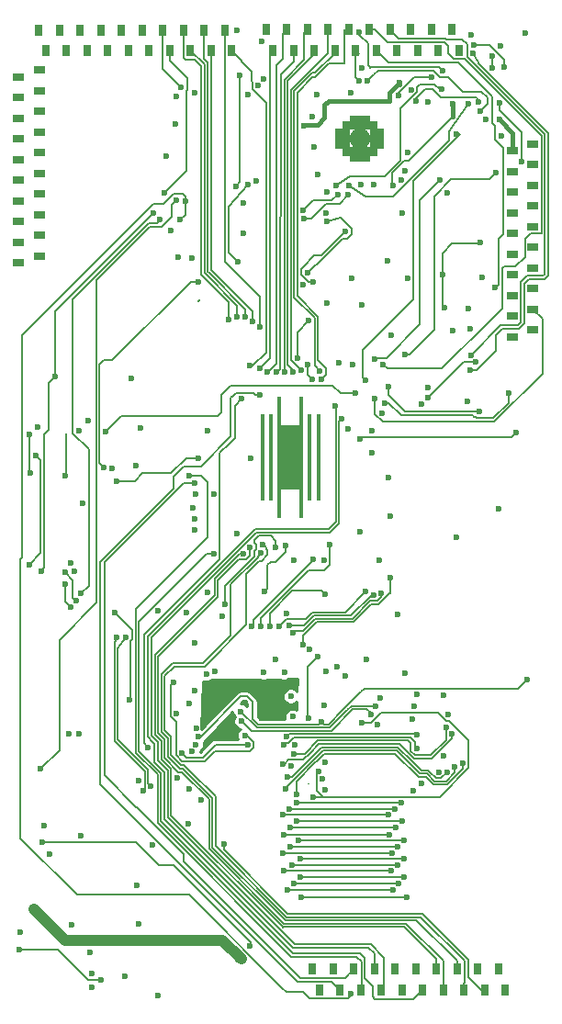
<source format=gbl>
G04 (created by PCBNEW (2013-04-12 BZR 4023)-testing) date Втр 16 Апр 2013 21:39:15*
%MOIN*%
G04 Gerber Fmt 3.4, Leading zero omitted, Abs format*
%FSLAX34Y34*%
G01*
G70*
G90*
G04 APERTURE LIST*
%ADD10C,0.006*%
%ADD11R,0.0859X0.2362*%
%ADD12R,0.016X0.2362*%
%ADD13R,0.0314961X0.0393701*%
%ADD14R,0.0393701X0.0314961*%
%ADD15C,0.0748031*%
%ADD16R,0.0748031X0.0255906*%
%ADD17R,0.0255906X0.0748031*%
%ADD18R,0.0255906X0.0255906*%
%ADD19C,0.023622*%
%ADD20C,0.00590551*%
%ADD21C,0.0393701*%
%ADD22C,0.015748*%
%ADD23C,0.00787402*%
%ADD24C,0.01*%
G04 APERTURE END LIST*
G54D10*
G54D11*
X44685Y-35826D03*
G54D12*
X43662Y-36219D03*
X43977Y-36219D03*
X44292Y-36849D03*
X44292Y-36534D03*
X45078Y-36849D03*
X45078Y-36534D03*
X45708Y-36219D03*
X45393Y-36219D03*
X43662Y-35433D03*
X43977Y-35433D03*
X45708Y-35433D03*
X45393Y-35433D03*
X44292Y-34803D03*
X44292Y-35118D03*
X45078Y-34803D03*
X45078Y-35118D03*
G54D13*
X52482Y-55151D03*
X52232Y-54401D03*
X51732Y-55151D03*
X51482Y-54401D03*
X50982Y-55151D03*
X50732Y-54401D03*
X50232Y-55151D03*
X49982Y-54401D03*
X49482Y-55151D03*
X49232Y-54401D03*
X48732Y-55151D03*
X48482Y-54401D03*
X47982Y-55151D03*
X47732Y-54401D03*
X47232Y-55151D03*
X46982Y-54401D03*
X46482Y-55151D03*
X46232Y-54401D03*
X45732Y-55151D03*
X45482Y-54401D03*
G54D14*
X52742Y-31438D03*
X53492Y-31188D03*
X52742Y-30688D03*
X53492Y-30438D03*
X52742Y-29938D03*
X53492Y-29688D03*
X52742Y-29188D03*
X53492Y-28938D03*
X52742Y-28438D03*
X53492Y-28188D03*
X52742Y-27688D03*
X53492Y-27438D03*
X52742Y-26938D03*
X53492Y-26688D03*
X52742Y-26188D03*
X53492Y-25938D03*
X52742Y-25438D03*
X53492Y-25188D03*
X52742Y-24688D03*
X53492Y-24438D03*
G54D13*
X42561Y-21057D03*
X42311Y-20307D03*
X41811Y-21057D03*
X41561Y-20307D03*
X41061Y-21057D03*
X40811Y-20307D03*
X40311Y-21057D03*
X40061Y-20307D03*
X39561Y-21057D03*
X39311Y-20307D03*
X38811Y-21057D03*
X38561Y-20307D03*
X38061Y-21057D03*
X37811Y-20307D03*
X37311Y-21057D03*
X37061Y-20307D03*
X36561Y-21057D03*
X36311Y-20307D03*
X35811Y-21057D03*
X35561Y-20307D03*
G54D14*
X34828Y-28761D03*
X35578Y-28511D03*
X34828Y-28011D03*
X35578Y-27761D03*
X34828Y-27261D03*
X35578Y-27011D03*
X34828Y-26511D03*
X35578Y-26261D03*
X34828Y-25761D03*
X35578Y-25511D03*
X34828Y-25011D03*
X35578Y-24761D03*
X34828Y-24261D03*
X35578Y-24011D03*
X34828Y-23511D03*
X35578Y-23261D03*
X34828Y-22761D03*
X35578Y-22511D03*
X34828Y-22011D03*
X35578Y-21761D03*
G54D13*
X43797Y-20301D03*
X44047Y-21051D03*
X44547Y-20301D03*
X44797Y-21051D03*
X45297Y-20301D03*
X45547Y-21051D03*
X46047Y-20301D03*
X46297Y-21051D03*
X46797Y-20301D03*
X47047Y-21051D03*
X47547Y-20301D03*
X47797Y-21051D03*
X48297Y-20301D03*
X48547Y-21051D03*
X49047Y-20301D03*
X49297Y-21051D03*
X49797Y-20301D03*
X50047Y-21051D03*
X50547Y-20301D03*
X50797Y-21051D03*
G54D15*
X47204Y-24251D03*
G54D16*
X47204Y-23801D03*
X47204Y-23551D03*
X47204Y-24701D03*
X47204Y-24951D03*
G54D17*
X47704Y-24251D03*
X47954Y-24251D03*
X46704Y-24251D03*
X46454Y-24251D03*
G54D18*
X46704Y-24751D03*
X46704Y-23751D03*
X47704Y-23751D03*
X47704Y-24751D03*
G54D19*
X41692Y-40708D03*
X48011Y-34212D03*
X46437Y-32381D03*
X46948Y-32460D03*
X37007Y-34842D03*
X42755Y-38602D03*
X41909Y-37165D03*
X37066Y-49547D03*
X36653Y-45866D03*
X36712Y-39665D03*
X41259Y-37145D03*
X43523Y-22322D03*
X47401Y-40698D03*
X44271Y-41948D03*
X44645Y-41909D03*
X47696Y-40807D03*
X45137Y-42618D03*
X48300Y-40200D03*
X44783Y-42185D03*
X47992Y-40748D03*
X45511Y-39527D03*
X43287Y-41968D03*
X46122Y-38976D03*
X43602Y-41968D03*
X45944Y-40787D03*
X43937Y-41948D03*
X44409Y-50177D03*
X48366Y-50177D03*
X50649Y-47066D03*
X44507Y-47854D03*
X44429Y-46259D03*
X49271Y-46397D03*
X48464Y-48582D03*
X44645Y-48582D03*
X50551Y-45866D03*
X44409Y-46948D03*
X45039Y-51062D03*
X48818Y-51062D03*
X48248Y-48799D03*
X44409Y-48799D03*
X44744Y-50610D03*
X48582Y-50610D03*
X45039Y-50393D03*
X48799Y-50393D03*
X44566Y-47421D03*
X50374Y-47244D03*
X48346Y-50826D03*
X44448Y-50826D03*
X50944Y-46929D03*
X44901Y-48070D03*
X45078Y-51771D03*
X48897Y-51771D03*
X44901Y-48366D03*
X48700Y-48366D03*
X44803Y-51299D03*
X48622Y-51299D03*
X48562Y-49940D03*
X44685Y-49940D03*
X50334Y-45610D03*
X44822Y-46574D03*
X48799Y-49724D03*
X44980Y-49724D03*
X48503Y-49251D03*
X44665Y-49251D03*
X47775Y-44842D03*
X42874Y-45039D03*
X44547Y-45964D03*
X49271Y-45885D03*
X42913Y-45393D03*
X47598Y-45137D03*
X53287Y-43877D03*
X41338Y-45944D03*
X45807Y-45413D03*
X48740Y-49035D03*
X44921Y-49035D03*
X48425Y-51535D03*
X44566Y-51535D03*
X48287Y-49507D03*
X44448Y-49507D03*
X38385Y-36673D03*
X41358Y-35846D03*
X48759Y-26968D03*
X42972Y-26574D03*
X42992Y-27696D03*
X41161Y-37657D03*
X41220Y-38444D03*
X41200Y-38051D03*
X47263Y-30295D03*
X50098Y-25748D03*
X47736Y-32244D03*
X46791Y-34803D03*
X47204Y-38523D03*
X47657Y-35649D03*
X41692Y-34862D03*
X47657Y-34862D03*
X45354Y-30866D03*
X44940Y-32204D03*
X46870Y-22578D03*
X41200Y-22598D03*
X40728Y-22401D03*
X47165Y-22145D03*
X42854Y-21948D03*
X42696Y-25984D03*
X40531Y-26496D03*
X35610Y-47125D03*
X35669Y-49783D03*
X43208Y-53562D03*
X39232Y-34763D03*
X43444Y-25787D03*
X37145Y-37480D03*
X43720Y-22086D03*
X50590Y-31220D03*
X41259Y-46240D03*
X51102Y-33799D03*
X45393Y-42795D03*
X50374Y-26220D03*
X45157Y-29566D03*
X40531Y-22716D03*
X40177Y-24901D03*
X38208Y-36220D03*
X39094Y-36122D03*
X42755Y-20334D03*
X43149Y-22657D03*
X49685Y-22933D03*
X48937Y-29330D03*
X47263Y-21692D03*
X51240Y-20492D03*
X51771Y-23562D03*
X53208Y-20433D03*
X51161Y-30413D03*
X51653Y-29271D03*
X41102Y-28582D03*
X45964Y-26948D03*
X47696Y-25925D03*
X48937Y-24763D03*
X51200Y-31161D03*
X48346Y-31397D03*
X47440Y-43149D03*
X43720Y-43622D03*
X44468Y-43622D03*
X50413Y-45137D03*
X44704Y-44488D03*
X48208Y-28681D03*
X50236Y-44468D03*
X41200Y-42550D03*
X37342Y-34488D03*
X43248Y-35846D03*
X50708Y-38720D03*
X52244Y-37696D03*
X35511Y-34704D03*
X38897Y-32952D03*
X44547Y-41476D03*
X42204Y-41594D03*
X48562Y-41515D03*
X39881Y-41397D03*
X40925Y-41437D03*
X41003Y-44744D03*
X41633Y-43681D03*
X39173Y-47559D03*
X40570Y-47440D03*
X44842Y-46259D03*
X44724Y-47007D03*
X45944Y-47893D03*
X46377Y-43405D03*
X47854Y-45531D03*
X50078Y-47244D03*
X49133Y-47933D03*
X49429Y-33897D03*
X46023Y-30216D03*
X39862Y-55354D03*
X37480Y-55059D03*
X37421Y-53779D03*
X39665Y-49901D03*
X39114Y-51358D03*
X35944Y-50236D03*
X35748Y-49173D03*
X36850Y-39960D03*
X37027Y-45846D03*
X44763Y-45236D03*
X49271Y-44429D03*
X41456Y-48248D03*
X45905Y-44822D03*
X49192Y-44862D03*
X52600Y-33500D03*
X48100Y-33850D03*
X52874Y-34921D03*
X47204Y-35137D03*
X47755Y-33700D03*
X45472Y-23464D03*
X40610Y-28543D03*
X40354Y-27578D03*
X49074Y-22480D03*
X45688Y-25551D03*
X40511Y-23720D03*
X48858Y-25433D03*
X47244Y-25905D03*
X46003Y-26200D03*
X45649Y-22637D03*
X45531Y-24547D03*
X42913Y-54035D03*
X35374Y-52224D03*
X52342Y-24153D03*
X50590Y-22972D03*
X48405Y-25944D03*
X51318Y-21161D03*
X51220Y-32637D03*
X51358Y-20846D03*
X52440Y-21653D03*
X50196Y-21791D03*
X47185Y-20374D03*
X35196Y-35000D03*
X35236Y-36377D03*
X51417Y-32362D03*
X49685Y-33641D03*
X37972Y-34901D03*
X47047Y-33484D03*
X44153Y-39074D03*
X42303Y-41161D03*
X51535Y-34153D03*
X48248Y-33248D03*
X51496Y-22933D03*
X49251Y-22893D03*
X48622Y-22696D03*
X49803Y-22027D03*
X47421Y-33011D03*
X50728Y-24094D03*
X52145Y-25492D03*
X48858Y-32086D03*
X52263Y-22952D03*
X53070Y-25078D03*
X43031Y-45925D03*
X40433Y-43976D03*
X45511Y-48149D03*
X45354Y-45295D03*
X45669Y-43070D03*
X43129Y-46240D03*
X40748Y-46555D03*
X47293Y-45442D03*
X45728Y-47204D03*
X39724Y-26968D03*
X42775Y-28720D03*
X43149Y-25905D03*
X38385Y-42362D03*
X36712Y-41259D03*
X36515Y-40413D03*
X35629Y-39940D03*
X36161Y-32893D03*
X39330Y-47933D03*
X41909Y-39311D03*
X42913Y-33700D03*
X39527Y-46358D03*
X43562Y-33562D03*
X45492Y-32992D03*
X45314Y-32460D03*
X41220Y-36751D03*
X41003Y-36496D03*
X45807Y-32972D03*
X45748Y-32677D03*
X45078Y-32657D03*
X44783Y-32736D03*
X42755Y-30708D03*
X42460Y-30807D03*
X44488Y-32736D03*
X44192Y-32736D03*
X43838Y-32716D03*
X43562Y-32578D03*
X43228Y-32500D03*
X43582Y-31082D03*
X43307Y-30885D03*
X43051Y-30708D03*
X43228Y-39074D03*
X43622Y-39291D03*
X43681Y-38976D03*
X42992Y-39311D03*
X52007Y-21673D03*
X51161Y-22972D03*
X46811Y-25944D03*
X52007Y-21240D03*
X46338Y-25964D03*
X50177Y-22440D03*
X39960Y-27185D03*
X37086Y-40748D03*
X38326Y-41456D03*
X42263Y-49842D03*
X38858Y-44606D03*
X41338Y-29448D03*
X37913Y-36181D03*
X35452Y-35767D03*
X35196Y-39704D03*
X36515Y-40000D03*
X36909Y-41023D03*
X38700Y-42362D03*
X39625Y-47755D03*
X36515Y-36496D03*
X46870Y-55295D03*
X40866Y-26535D03*
X40688Y-27185D03*
X45157Y-26850D03*
X46397Y-26279D03*
X44507Y-39015D03*
X43759Y-40688D03*
X48051Y-32460D03*
X51240Y-32106D03*
X50275Y-30393D03*
X51574Y-28031D03*
X50216Y-29173D03*
X52125Y-29665D03*
X46003Y-27244D03*
X45314Y-29114D03*
X46318Y-33956D03*
X45511Y-29448D03*
X46692Y-27618D03*
X46555Y-34429D03*
X45177Y-27145D03*
X40098Y-26220D03*
X46791Y-26299D03*
X51574Y-23248D03*
X43661Y-20708D03*
X47480Y-22165D03*
X44803Y-44921D03*
X45850Y-47500D03*
X40551Y-45118D03*
X37800Y-54800D03*
X34850Y-53700D03*
X40964Y-49114D03*
X49114Y-45334D03*
X47933Y-44547D03*
X41929Y-43582D03*
X41200Y-44271D03*
X42519Y-45275D03*
X43031Y-44724D03*
X44153Y-43169D03*
X50255Y-46653D03*
X49429Y-47637D03*
X38681Y-54645D03*
X41003Y-47854D03*
X41100Y-46500D03*
X41279Y-45649D03*
X45964Y-43602D03*
X45950Y-46900D03*
X48850Y-43650D03*
X46673Y-43740D03*
X47900Y-39550D03*
X44800Y-39550D03*
X45900Y-39550D03*
X48300Y-37950D03*
X48250Y-36550D03*
X37463Y-54570D03*
X39163Y-52770D03*
X34862Y-53070D03*
X46909Y-29311D03*
X48700Y-25748D03*
X49665Y-33287D03*
X36751Y-52775D03*
X48641Y-22224D03*
X45177Y-23779D03*
X52263Y-23562D03*
X52303Y-20885D03*
G54D20*
X41348Y-30147D02*
X41402Y-30093D01*
X45334Y-47637D02*
X45334Y-47637D01*
X37007Y-34842D02*
X37027Y-34842D01*
X44271Y-41948D02*
X44291Y-41948D01*
X47400Y-40700D02*
X47401Y-40698D01*
G54D10*
X47400Y-40700D02*
X46662Y-41437D01*
X46662Y-41437D02*
X45609Y-41437D01*
G54D20*
X45492Y-41437D02*
X45609Y-41437D01*
X45237Y-41692D02*
X45492Y-41437D01*
X44547Y-41692D02*
X45237Y-41692D01*
X44291Y-41948D02*
X44547Y-41692D01*
X44271Y-41948D02*
X44271Y-41919D01*
X44645Y-41909D02*
X45187Y-41909D01*
X47642Y-40807D02*
X46885Y-41564D01*
X45532Y-41564D02*
X46885Y-41564D01*
X45187Y-41909D02*
X45532Y-41564D01*
X45137Y-42293D02*
X45629Y-41801D01*
X46220Y-41801D02*
X46982Y-41801D01*
X46982Y-41801D02*
X47622Y-41161D01*
X47622Y-41161D02*
X47874Y-41161D01*
X48300Y-40735D02*
X47874Y-41161D01*
X45137Y-42618D02*
X45137Y-42293D01*
X45629Y-41801D02*
X46220Y-41801D01*
G54D10*
X48300Y-40200D02*
X48300Y-40735D01*
X48300Y-40735D02*
X48300Y-40750D01*
G54D20*
X44783Y-42185D02*
X44852Y-42116D01*
X45580Y-41683D02*
X45728Y-41683D01*
X45147Y-42116D02*
X45580Y-41683D01*
X44852Y-42116D02*
X45147Y-42116D01*
X47928Y-40940D02*
X47992Y-40876D01*
X47992Y-40876D02*
X47992Y-40748D01*
X47844Y-41023D02*
X47593Y-41023D01*
X46933Y-41683D02*
X47593Y-41023D01*
X45728Y-41683D02*
X46933Y-41683D01*
X47928Y-40940D02*
X47844Y-41023D01*
X47933Y-40935D02*
X47928Y-40940D01*
X45748Y-41683D02*
X45728Y-41683D01*
X43346Y-41732D02*
X43346Y-41909D01*
X45511Y-39527D02*
X45511Y-39566D01*
X45511Y-39566D02*
X43346Y-41732D01*
X43346Y-41909D02*
X43287Y-41968D01*
X44099Y-41155D02*
X45329Y-39926D01*
X43602Y-41653D02*
X44099Y-41155D01*
X43602Y-41968D02*
X43602Y-41653D01*
X45329Y-39926D02*
X45900Y-39926D01*
X46122Y-39704D02*
X45900Y-39926D01*
X46122Y-39606D02*
X46122Y-39704D01*
X46122Y-38976D02*
X46122Y-39606D01*
X43602Y-41968D02*
X43543Y-41968D01*
X45900Y-39926D02*
X45900Y-39926D01*
X43937Y-41948D02*
X43937Y-41485D01*
X45826Y-40669D02*
X45944Y-40787D01*
X44753Y-40669D02*
X45826Y-40669D01*
X43937Y-41485D02*
X44753Y-40669D01*
X43937Y-41948D02*
X43938Y-41948D01*
X48366Y-50177D02*
X44409Y-50177D01*
X49645Y-47303D02*
X49921Y-47578D01*
X45944Y-46456D02*
X48534Y-46456D01*
X49065Y-46988D02*
X48700Y-46623D01*
X48700Y-46623D02*
X48534Y-46456D01*
X49380Y-47303D02*
X49065Y-46988D01*
X49645Y-47303D02*
X49380Y-47303D01*
X50649Y-47263D02*
X50649Y-47066D01*
X50334Y-47578D02*
X50649Y-47263D01*
X49921Y-47578D02*
X50334Y-47578D01*
X45944Y-46456D02*
X45865Y-46456D01*
X45865Y-46456D02*
X44507Y-47814D01*
X44507Y-47814D02*
X44507Y-47854D01*
X44527Y-47854D02*
X44507Y-47854D01*
X44527Y-47854D02*
X44527Y-47785D01*
X45944Y-46456D02*
X45944Y-46456D01*
X44507Y-46181D02*
X44625Y-46181D01*
X44625Y-46181D02*
X44625Y-46181D01*
X44822Y-45984D02*
X44625Y-46181D01*
X44429Y-46259D02*
X44507Y-46181D01*
X49271Y-46397D02*
X49212Y-46338D01*
X49212Y-46338D02*
X49212Y-46161D01*
X49212Y-46161D02*
X49035Y-45984D01*
X49035Y-45984D02*
X44822Y-45984D01*
X44822Y-45984D02*
X44822Y-45984D01*
X44645Y-48582D02*
X48464Y-48582D01*
X49960Y-46614D02*
X49822Y-46751D01*
X48632Y-46220D02*
X45728Y-46220D01*
X45403Y-46545D02*
X45728Y-46220D01*
X49163Y-46751D02*
X48937Y-46525D01*
X49251Y-46751D02*
X49163Y-46751D01*
X50551Y-46023D02*
X50551Y-45866D01*
X49960Y-46614D02*
X50551Y-46023D01*
X48937Y-46525D02*
X48632Y-46220D01*
X49822Y-46751D02*
X49251Y-46751D01*
X44409Y-46948D02*
X44468Y-46948D01*
X44468Y-46948D02*
X44625Y-46791D01*
X44625Y-46791D02*
X45157Y-46791D01*
X45157Y-46791D02*
X45403Y-46545D01*
X45403Y-46545D02*
X45413Y-46535D01*
X45039Y-51062D02*
X48818Y-51062D01*
X44409Y-48799D02*
X48248Y-48799D01*
X44744Y-50610D02*
X48582Y-50610D01*
X48799Y-50393D02*
X45039Y-50393D01*
X49748Y-47239D02*
X49970Y-47460D01*
X49429Y-47185D02*
X49694Y-47185D01*
X49694Y-47185D02*
X49748Y-47239D01*
X49114Y-46870D02*
X48583Y-46338D01*
X44733Y-47421D02*
X44566Y-47421D01*
X45816Y-46338D02*
X44733Y-47421D01*
X48583Y-46338D02*
X45816Y-46338D01*
X49114Y-46870D02*
X49429Y-47185D01*
X50157Y-47460D02*
X50374Y-47244D01*
X49970Y-47460D02*
X50157Y-47460D01*
X50374Y-47244D02*
X50374Y-47283D01*
X44645Y-47421D02*
X44645Y-47421D01*
X48346Y-50826D02*
X44448Y-50826D01*
X49586Y-47421D02*
X49596Y-47421D01*
X49586Y-47421D02*
X49331Y-47421D01*
X49331Y-47421D02*
X49302Y-47392D01*
X49302Y-47392D02*
X48485Y-46574D01*
X48485Y-46574D02*
X45914Y-46574D01*
X45629Y-46859D02*
X45914Y-46574D01*
X50944Y-47135D02*
X50944Y-46929D01*
X50383Y-47696D02*
X50944Y-47135D01*
X49872Y-47696D02*
X50383Y-47696D01*
X49596Y-47421D02*
X49872Y-47696D01*
X44901Y-48070D02*
X44901Y-47587D01*
X45590Y-46898D02*
X45629Y-46859D01*
X44901Y-47587D02*
X45590Y-46898D01*
X45629Y-46859D02*
X45619Y-46870D01*
X48897Y-51771D02*
X45078Y-51771D01*
X44901Y-48366D02*
X48700Y-48366D01*
X48622Y-51299D02*
X44803Y-51299D01*
X48622Y-51299D02*
X48602Y-51318D01*
X48562Y-49940D02*
X44685Y-49940D01*
X50334Y-46073D02*
X50334Y-45610D01*
X49773Y-46633D02*
X50334Y-46073D01*
X49773Y-46633D02*
X49409Y-46633D01*
X44822Y-46574D02*
X45206Y-46574D01*
X45206Y-46574D02*
X45679Y-46102D01*
X45679Y-46102D02*
X48956Y-46102D01*
X49055Y-46200D02*
X48956Y-46102D01*
X49055Y-46476D02*
X49055Y-46200D01*
X49212Y-46633D02*
X49055Y-46476D01*
X49409Y-46633D02*
X49212Y-46633D01*
X49429Y-46633D02*
X49409Y-46633D01*
X44980Y-49724D02*
X48799Y-49724D01*
X48503Y-49251D02*
X44665Y-49251D01*
X46751Y-45000D02*
X46909Y-44842D01*
X46909Y-44842D02*
X47775Y-44842D01*
X46751Y-45000D02*
X46122Y-45629D01*
X46122Y-45629D02*
X43464Y-45629D01*
X43464Y-45629D02*
X42874Y-45039D01*
X44645Y-45866D02*
X44547Y-45964D01*
X49251Y-45866D02*
X44645Y-45866D01*
X49271Y-45885D02*
X49251Y-45866D01*
X47598Y-45137D02*
X47598Y-45098D01*
X43267Y-45748D02*
X42913Y-45393D01*
X46170Y-45748D02*
X43267Y-45748D01*
X46958Y-44960D02*
X46170Y-45748D01*
X47460Y-44960D02*
X46958Y-44960D01*
X47598Y-45098D02*
X47460Y-44960D01*
X46589Y-44985D02*
X46062Y-45511D01*
X45905Y-45511D02*
X45807Y-45413D01*
X47244Y-44330D02*
X46589Y-44985D01*
X46062Y-45511D02*
X45905Y-45511D01*
X47362Y-44212D02*
X47244Y-44330D01*
X52952Y-44212D02*
X47362Y-44212D01*
X52952Y-44212D02*
X53287Y-43877D01*
X45807Y-45413D02*
X45708Y-45511D01*
X45708Y-45511D02*
X45511Y-45511D01*
X41456Y-45944D02*
X41338Y-45944D01*
X42874Y-44488D02*
X41456Y-45944D01*
X43110Y-44488D02*
X42874Y-44488D01*
X43307Y-44685D02*
X43110Y-44488D01*
X43307Y-45305D02*
X43307Y-44685D01*
X43513Y-45511D02*
X43307Y-45305D01*
X45511Y-45511D02*
X43513Y-45511D01*
X45807Y-45413D02*
X45807Y-45492D01*
X48740Y-49035D02*
X44921Y-49035D01*
X48425Y-51535D02*
X44566Y-51535D01*
X48287Y-49507D02*
X44448Y-49507D01*
X38385Y-36673D02*
X39035Y-36673D01*
X40905Y-35846D02*
X41358Y-35846D01*
X40354Y-36397D02*
X40905Y-35846D01*
X39311Y-36397D02*
X40354Y-36397D01*
X39035Y-36673D02*
X39311Y-36397D01*
X50098Y-25748D02*
X49370Y-26476D01*
X49370Y-26476D02*
X49370Y-31003D01*
X49370Y-31003D02*
X48169Y-32204D01*
X48169Y-32204D02*
X47775Y-32204D01*
X47775Y-32204D02*
X47736Y-32244D01*
X45354Y-30866D02*
X44940Y-31279D01*
X44940Y-31279D02*
X44940Y-32204D01*
X40061Y-21734D02*
X40061Y-20307D01*
X40728Y-22401D02*
X40061Y-21734D01*
X47165Y-22145D02*
X47047Y-22027D01*
X47047Y-22027D02*
X47047Y-21051D01*
X47165Y-21169D02*
X47047Y-21051D01*
X37637Y-29389D02*
X39586Y-27440D01*
X39586Y-27440D02*
X40019Y-27440D01*
X40019Y-27440D02*
X40374Y-27086D01*
X40374Y-27086D02*
X40374Y-26653D01*
X40374Y-26653D02*
X40531Y-26496D01*
X42854Y-22165D02*
X42854Y-21948D01*
X42854Y-25826D02*
X42854Y-22165D01*
X42696Y-25984D02*
X42854Y-25826D01*
X37637Y-29389D02*
X37637Y-29389D01*
X37637Y-29389D02*
X37637Y-39606D01*
X37637Y-41102D02*
X37637Y-39606D01*
X36299Y-42440D02*
X37637Y-41102D01*
X36299Y-46437D02*
X36299Y-42440D01*
X35610Y-47125D02*
X36299Y-46437D01*
X37637Y-39606D02*
X37637Y-39596D01*
X43248Y-53405D02*
X43248Y-53523D01*
X39094Y-49783D02*
X39921Y-50610D01*
X39921Y-50610D02*
X40452Y-50610D01*
X40452Y-50610D02*
X43248Y-53405D01*
X35669Y-49783D02*
X39094Y-49783D01*
X43248Y-53523D02*
X43208Y-53562D01*
X48208Y-28681D02*
X48218Y-28690D01*
X41200Y-42550D02*
X41200Y-42539D01*
X52600Y-33500D02*
X52600Y-33850D01*
X52600Y-33850D02*
X52050Y-34400D01*
X52050Y-34400D02*
X51450Y-34400D01*
X51450Y-34400D02*
X51400Y-34350D01*
X51400Y-34350D02*
X51350Y-34350D01*
X51350Y-34350D02*
X51300Y-34300D01*
X51300Y-34300D02*
X48700Y-34300D01*
X48700Y-34300D02*
X48250Y-33850D01*
X48250Y-33850D02*
X48100Y-33850D01*
X52716Y-35078D02*
X52874Y-34921D01*
X47263Y-35078D02*
X52716Y-35078D01*
X47204Y-35137D02*
X47263Y-35078D01*
X47755Y-33976D02*
X47755Y-34251D01*
X47755Y-33700D02*
X47755Y-33976D01*
X53838Y-30785D02*
X53492Y-30438D01*
X53838Y-32778D02*
X53838Y-30785D01*
X52089Y-34527D02*
X53838Y-32778D01*
X48031Y-34527D02*
X52089Y-34527D01*
X47755Y-34251D02*
X48031Y-34527D01*
G54D21*
X42224Y-53346D02*
X42913Y-54035D01*
X35374Y-52224D02*
X36496Y-53346D01*
X36496Y-53346D02*
X42224Y-53346D01*
X42913Y-54035D02*
X42854Y-53976D01*
G54D20*
X48390Y-25929D02*
X48390Y-25496D01*
X48390Y-25496D02*
X48828Y-25059D01*
X48828Y-25059D02*
X48976Y-25059D01*
X48976Y-25059D02*
X50590Y-23444D01*
G54D22*
X50590Y-23444D02*
X50590Y-22972D01*
G54D20*
X48405Y-25944D02*
X48390Y-25929D01*
X48459Y-25890D02*
X48459Y-25890D01*
X48405Y-25944D02*
X48459Y-25890D01*
X51496Y-21476D02*
X51318Y-21161D01*
X51496Y-21476D02*
X51496Y-21511D01*
X51496Y-21511D02*
X54036Y-24052D01*
X53169Y-29763D02*
X53169Y-29517D01*
X53169Y-29517D02*
X53336Y-29350D01*
X53336Y-29350D02*
X53907Y-29350D01*
X53907Y-29350D02*
X54036Y-29221D01*
X54036Y-29221D02*
X54036Y-24055D01*
X51496Y-21456D02*
X51496Y-21476D01*
X53110Y-31023D02*
X53169Y-30964D01*
X53169Y-30964D02*
X53169Y-29763D01*
X53169Y-29763D02*
X53169Y-29744D01*
X52992Y-31141D02*
X53110Y-31023D01*
X53110Y-31023D02*
X53149Y-30984D01*
X52371Y-31141D02*
X52992Y-31141D01*
X52130Y-31382D02*
X52371Y-31141D01*
X52130Y-31944D02*
X52130Y-31382D01*
X51437Y-32637D02*
X52130Y-31944D01*
X51220Y-32637D02*
X51437Y-32637D01*
X52440Y-21653D02*
X52460Y-21633D01*
X51909Y-20846D02*
X51358Y-20846D01*
X52440Y-21377D02*
X51909Y-20846D01*
X52460Y-21377D02*
X52440Y-21377D01*
X52460Y-21633D02*
X52460Y-21377D01*
X52362Y-21653D02*
X52440Y-21653D01*
X50068Y-21663D02*
X50196Y-21791D01*
X47568Y-21663D02*
X50068Y-21663D01*
X47568Y-21663D02*
X47568Y-21663D01*
X50196Y-21791D02*
X50196Y-21791D01*
X47185Y-20374D02*
X47185Y-20472D01*
X47500Y-21594D02*
X47568Y-21663D01*
X47568Y-21663D02*
X47578Y-21673D01*
X47500Y-20787D02*
X47500Y-21594D01*
X47185Y-20472D02*
X47500Y-20787D01*
X35196Y-36338D02*
X35196Y-35000D01*
X35236Y-36377D02*
X35196Y-36338D01*
X50964Y-32362D02*
X50885Y-32440D01*
X49685Y-33641D02*
X50885Y-32440D01*
X51417Y-32362D02*
X50964Y-32362D01*
X47047Y-33484D02*
X46496Y-33484D01*
X46496Y-33484D02*
X46220Y-33208D01*
X46220Y-33208D02*
X42500Y-33208D01*
X42500Y-33208D02*
X42165Y-33543D01*
X42165Y-33543D02*
X42165Y-34192D01*
X42165Y-34192D02*
X42032Y-34325D01*
X42032Y-34325D02*
X38548Y-34325D01*
X38548Y-34325D02*
X37972Y-34901D01*
X43976Y-38661D02*
X44153Y-38838D01*
X44153Y-38838D02*
X44153Y-39074D01*
X43444Y-39153D02*
X43444Y-38976D01*
X42303Y-40481D02*
X42303Y-40688D01*
X42303Y-40481D02*
X43375Y-39409D01*
X43375Y-39409D02*
X43375Y-39232D01*
X43444Y-38760D02*
X43543Y-38661D01*
X43543Y-38661D02*
X43917Y-38661D01*
X43375Y-39222D02*
X43444Y-39153D01*
X43375Y-39232D02*
X43375Y-39222D01*
X43385Y-38818D02*
X43444Y-38760D01*
X43385Y-38917D02*
X43385Y-38818D01*
X43444Y-38976D02*
X43385Y-38917D01*
X43917Y-38661D02*
X43976Y-38661D01*
X42303Y-40688D02*
X42303Y-41161D01*
X42303Y-40669D02*
X42303Y-40688D01*
X48838Y-34153D02*
X51535Y-34153D01*
X48248Y-33562D02*
X48838Y-34153D01*
X48248Y-33248D02*
X48248Y-33562D01*
X50157Y-22755D02*
X49842Y-22440D01*
X49842Y-22440D02*
X49586Y-22440D01*
X49586Y-22440D02*
X49251Y-22775D01*
X49251Y-22893D02*
X49251Y-22775D01*
X51437Y-22755D02*
X51496Y-22933D01*
X50236Y-22755D02*
X51437Y-22755D01*
X50236Y-22755D02*
X50157Y-22755D01*
X49803Y-22027D02*
X49192Y-22027D01*
X48622Y-22598D02*
X48622Y-22696D01*
X49192Y-22027D02*
X48622Y-22598D01*
X49862Y-22086D02*
X49803Y-22027D01*
X47421Y-33011D02*
X47322Y-32913D01*
X47322Y-32913D02*
X47322Y-31929D01*
X47322Y-31929D02*
X49153Y-30098D01*
X49153Y-30098D02*
X49153Y-25787D01*
X49153Y-25787D02*
X50846Y-24094D01*
X50846Y-24094D02*
X50728Y-24094D01*
X51909Y-25728D02*
X52145Y-25492D01*
X49901Y-26338D02*
X50511Y-25728D01*
X49901Y-31200D02*
X49901Y-26338D01*
X49015Y-32086D02*
X49901Y-31200D01*
X48858Y-32086D02*
X49015Y-32086D01*
X50511Y-25728D02*
X51909Y-25728D01*
X52263Y-23208D02*
X52263Y-22952D01*
X53090Y-24035D02*
X52263Y-23208D01*
X53090Y-25059D02*
X53090Y-24035D01*
X53070Y-25078D02*
X53090Y-25059D01*
X40748Y-46850D02*
X41574Y-46850D01*
X43031Y-45925D02*
X43110Y-45925D01*
X43208Y-46476D02*
X41948Y-46476D01*
X43346Y-46338D02*
X43208Y-46476D01*
X43346Y-46161D02*
X43346Y-46338D01*
X43110Y-45925D02*
X43346Y-46161D01*
X40531Y-46633D02*
X40748Y-46850D01*
X40531Y-46633D02*
X40531Y-45905D01*
X41574Y-46850D02*
X41948Y-46476D01*
X40531Y-45905D02*
X40531Y-45413D01*
X40334Y-44074D02*
X40433Y-43976D01*
X40334Y-45216D02*
X40334Y-44074D01*
X40531Y-45413D02*
X40334Y-45216D01*
X40531Y-45885D02*
X40531Y-45905D01*
X45885Y-48149D02*
X45866Y-48149D01*
X45511Y-48149D02*
X45885Y-48149D01*
X45354Y-45295D02*
X45314Y-45255D01*
X45314Y-45255D02*
X45314Y-43425D01*
X45314Y-43425D02*
X45669Y-43070D01*
X41496Y-46712D02*
X40905Y-46712D01*
X43129Y-46240D02*
X41968Y-46240D01*
X41968Y-46240D02*
X41496Y-46712D01*
X40905Y-46712D02*
X40748Y-46555D01*
X50452Y-45393D02*
X50354Y-45393D01*
X50354Y-45393D02*
X50059Y-45098D01*
X50059Y-45098D02*
X47972Y-45098D01*
X47972Y-45098D02*
X47627Y-45442D01*
X47627Y-45442D02*
X47293Y-45442D01*
X51161Y-46102D02*
X50452Y-45393D01*
X50137Y-48109D02*
X50097Y-48149D01*
X50137Y-48109D02*
X51161Y-47086D01*
X51161Y-47086D02*
X51161Y-46909D01*
X50097Y-48149D02*
X45866Y-48149D01*
X51161Y-46909D02*
X51161Y-46102D01*
X45629Y-47913D02*
X45866Y-48149D01*
X45629Y-47303D02*
X45728Y-47204D01*
X45629Y-47913D02*
X45629Y-47303D01*
X36161Y-30531D02*
X36161Y-32893D01*
X39724Y-26968D02*
X36161Y-30531D01*
X42429Y-28374D02*
X42775Y-28720D01*
X42429Y-26704D02*
X42429Y-28374D01*
X43149Y-25905D02*
X42429Y-26704D01*
X39409Y-47224D02*
X38307Y-46122D01*
X38307Y-46122D02*
X38307Y-42539D01*
X38307Y-42539D02*
X38385Y-42362D01*
X36712Y-41259D02*
X36515Y-41062D01*
X36515Y-41062D02*
X36515Y-40413D01*
X35629Y-39940D02*
X35748Y-39822D01*
X35748Y-39822D02*
X35748Y-35000D01*
X35748Y-35000D02*
X35925Y-34822D01*
X35925Y-34822D02*
X35925Y-33129D01*
X35925Y-33129D02*
X36161Y-32893D01*
X39409Y-47618D02*
X39409Y-47224D01*
X39409Y-47854D02*
X39330Y-47933D01*
X39409Y-47795D02*
X39409Y-47854D01*
X39409Y-47618D02*
X39409Y-47795D01*
X39409Y-47618D02*
X39409Y-47618D01*
X47755Y-55472D02*
X49161Y-55472D01*
X39980Y-47284D02*
X39192Y-46496D01*
X39192Y-46496D02*
X39192Y-46427D01*
X47204Y-53818D02*
X47381Y-53996D01*
X39980Y-49025D02*
X44773Y-53818D01*
X44773Y-53818D02*
X47204Y-53818D01*
X39192Y-41771D02*
X39192Y-46427D01*
X41653Y-39311D02*
X39980Y-40984D01*
X41909Y-39311D02*
X41653Y-39311D01*
X39980Y-40984D02*
X39192Y-41771D01*
X39980Y-48622D02*
X39980Y-49025D01*
X47677Y-55393D02*
X47755Y-55472D01*
X47677Y-55019D02*
X47677Y-55393D01*
X47381Y-54724D02*
X47677Y-55019D01*
X47381Y-53996D02*
X47381Y-54724D01*
X39980Y-48622D02*
X39980Y-47284D01*
X49161Y-55472D02*
X49482Y-55151D01*
X49482Y-55151D02*
X49429Y-55204D01*
X39527Y-46358D02*
X39370Y-46200D01*
X42470Y-35324D02*
X42677Y-35118D01*
X42677Y-33937D02*
X42913Y-33700D01*
X42125Y-39507D02*
X42125Y-35669D01*
X39370Y-42263D02*
X42125Y-39507D01*
X42125Y-35669D02*
X42470Y-35324D01*
X42677Y-35118D02*
X42677Y-33937D01*
X39370Y-46023D02*
X39370Y-42263D01*
X39370Y-46200D02*
X39370Y-46023D01*
X43346Y-33484D02*
X43425Y-33562D01*
X43425Y-33562D02*
X43562Y-33562D01*
X42608Y-33572D02*
X42696Y-33484D01*
X40826Y-36141D02*
X41397Y-36141D01*
X41397Y-36141D02*
X41437Y-36141D01*
X41437Y-36141D02*
X42519Y-35059D01*
X42519Y-35059D02*
X42519Y-33661D01*
X42519Y-33661D02*
X42608Y-33572D01*
X40433Y-36535D02*
X40826Y-36141D01*
X42696Y-33484D02*
X43346Y-33484D01*
X43287Y-53188D02*
X43287Y-53188D01*
X46173Y-54842D02*
X46482Y-55151D01*
X44940Y-54842D02*
X46173Y-54842D01*
X43287Y-53188D02*
X44940Y-54842D01*
X45492Y-32992D02*
X45314Y-32814D01*
X45314Y-32814D02*
X45314Y-32460D01*
X43523Y-33562D02*
X43562Y-33562D01*
X37775Y-47677D02*
X43287Y-53188D01*
X43287Y-53188D02*
X43287Y-53188D01*
X37775Y-39625D02*
X37775Y-47677D01*
X40433Y-36968D02*
X37775Y-39625D01*
X40433Y-36515D02*
X40433Y-36535D01*
X40433Y-36535D02*
X40433Y-36968D01*
X45029Y-54704D02*
X46679Y-54704D01*
X40807Y-50482D02*
X43257Y-52933D01*
X40807Y-50216D02*
X40807Y-50482D01*
X39114Y-48523D02*
X40807Y-50216D01*
X39094Y-48523D02*
X39114Y-48523D01*
X37933Y-47362D02*
X39094Y-48523D01*
X37933Y-39635D02*
X37933Y-47362D01*
X40816Y-36751D02*
X37933Y-39635D01*
X41220Y-36751D02*
X40816Y-36751D01*
X43257Y-52933D02*
X45029Y-54704D01*
X46679Y-54704D02*
X46982Y-54401D01*
X39862Y-47401D02*
X39862Y-47332D01*
X39862Y-47401D02*
X39862Y-49074D01*
X39862Y-49074D02*
X44724Y-53937D01*
X44724Y-53937D02*
X47066Y-53937D01*
X47066Y-53937D02*
X47263Y-54133D01*
X47263Y-54133D02*
X47263Y-55120D01*
X47232Y-55151D02*
X47263Y-55120D01*
X39074Y-41318D02*
X39074Y-42263D01*
X41673Y-38720D02*
X39074Y-41318D01*
X41673Y-36712D02*
X41673Y-38720D01*
X41456Y-36496D02*
X41673Y-36712D01*
X41003Y-36496D02*
X41456Y-36496D01*
X39074Y-42263D02*
X39074Y-46515D01*
X39074Y-46545D02*
X39074Y-46515D01*
X39862Y-47332D02*
X39074Y-46545D01*
X46653Y-20301D02*
X46653Y-21496D01*
X45688Y-32303D02*
X45688Y-30807D01*
X45807Y-32972D02*
X45964Y-32814D01*
X45964Y-32814D02*
X45964Y-32578D01*
X45964Y-32578D02*
X45688Y-32303D01*
X45688Y-21919D02*
X46092Y-21515D01*
X46092Y-21515D02*
X46633Y-21515D01*
X46633Y-21515D02*
X46653Y-21496D01*
X45580Y-22027D02*
X45688Y-21919D01*
X45491Y-22027D02*
X45580Y-22027D01*
X44940Y-22578D02*
X45491Y-22027D01*
X44940Y-29970D02*
X44940Y-22578D01*
X45688Y-30718D02*
X44940Y-29970D01*
X45688Y-30767D02*
X45688Y-30718D01*
X45688Y-30807D02*
X45688Y-30767D01*
X44822Y-22696D02*
X44822Y-22529D01*
X46297Y-21143D02*
X46297Y-21051D01*
X45570Y-21870D02*
X46297Y-21143D01*
X45481Y-21870D02*
X45570Y-21870D01*
X44822Y-22529D02*
X45481Y-21870D01*
X45570Y-32500D02*
X45570Y-30767D01*
X45570Y-32500D02*
X45748Y-32677D01*
X44822Y-30019D02*
X44822Y-22696D01*
X44822Y-22696D02*
X44822Y-22667D01*
X45570Y-30767D02*
X44822Y-30019D01*
X46047Y-21137D02*
X46047Y-20301D01*
X44704Y-22480D02*
X46047Y-21137D01*
X44704Y-32283D02*
X44704Y-22480D01*
X45078Y-32657D02*
X44704Y-32283D01*
X44586Y-32244D02*
X44586Y-32460D01*
X44783Y-32657D02*
X44783Y-32736D01*
X44586Y-32460D02*
X44783Y-32657D01*
X45547Y-21194D02*
X45547Y-21051D01*
X44586Y-22155D02*
X45547Y-21194D01*
X44586Y-32224D02*
X44586Y-32244D01*
X44586Y-32244D02*
X44586Y-32224D01*
X44586Y-32224D02*
X44586Y-22155D01*
X41574Y-21633D02*
X41574Y-21570D01*
X42755Y-30314D02*
X41574Y-29133D01*
X41574Y-29133D02*
X41574Y-21633D01*
X42755Y-30708D02*
X42755Y-30314D01*
X41574Y-21570D02*
X41061Y-21057D01*
X42460Y-30807D02*
X42460Y-30186D01*
X40811Y-21322D02*
X40811Y-20307D01*
X40866Y-21377D02*
X40811Y-21322D01*
X41214Y-21377D02*
X40866Y-21377D01*
X41456Y-21619D02*
X41214Y-21377D01*
X41456Y-29182D02*
X41456Y-21619D01*
X42460Y-30186D02*
X41456Y-29182D01*
X42460Y-30807D02*
X42421Y-30807D01*
X44468Y-32303D02*
X44468Y-32716D01*
X44468Y-32303D02*
X44468Y-22106D01*
X44468Y-22106D02*
X45177Y-21397D01*
X45177Y-21397D02*
X45177Y-20421D01*
X45297Y-20301D02*
X45177Y-20421D01*
X44468Y-32716D02*
X44488Y-32736D01*
X44311Y-32322D02*
X44311Y-32617D01*
X44797Y-21051D02*
X44797Y-21442D01*
X44330Y-21909D02*
X44797Y-21442D01*
X44311Y-32322D02*
X44330Y-21909D01*
X44311Y-32617D02*
X44192Y-32736D01*
X44173Y-32421D02*
X43877Y-32716D01*
X44173Y-32381D02*
X44173Y-32421D01*
X44173Y-32381D02*
X44173Y-21594D01*
X44173Y-21594D02*
X44409Y-21358D01*
X44409Y-21358D02*
X44409Y-20438D01*
X44547Y-20301D02*
X44409Y-20438D01*
X43877Y-32716D02*
X43838Y-32716D01*
X43838Y-32637D02*
X43838Y-32716D01*
X43937Y-32047D02*
X43937Y-32204D01*
X43937Y-21051D02*
X43937Y-31838D01*
X43937Y-32047D02*
X43937Y-31838D01*
X43937Y-32204D02*
X43562Y-32578D01*
X43562Y-32578D02*
X43562Y-32519D01*
X43799Y-31771D02*
X43799Y-22952D01*
X43326Y-32500D02*
X43799Y-32027D01*
X43799Y-32027D02*
X43799Y-31948D01*
X43799Y-31948D02*
X43799Y-31771D01*
X43228Y-32500D02*
X43326Y-32500D01*
X42913Y-21409D02*
X42561Y-21057D01*
X42913Y-21456D02*
X42913Y-21409D01*
X43287Y-21830D02*
X42913Y-21456D01*
X43287Y-22007D02*
X43287Y-21830D01*
X43267Y-22027D02*
X43287Y-22007D01*
X43267Y-22165D02*
X43267Y-22027D01*
X43307Y-22204D02*
X43267Y-22165D01*
X43307Y-22460D02*
X43307Y-22204D01*
X43799Y-22952D02*
X43307Y-22460D01*
X43582Y-31082D02*
X43582Y-30000D01*
X43582Y-30000D02*
X43346Y-29763D01*
X42311Y-28728D02*
X42311Y-20307D01*
X43346Y-29763D02*
X42311Y-28728D01*
X43582Y-31082D02*
X43562Y-31062D01*
X43307Y-30885D02*
X43307Y-30531D01*
X41811Y-29035D02*
X41811Y-21057D01*
X43307Y-30531D02*
X41811Y-29035D01*
X41737Y-29128D02*
X41692Y-29084D01*
X41535Y-20332D02*
X41561Y-20307D01*
X41535Y-21338D02*
X41535Y-20332D01*
X41692Y-21496D02*
X41535Y-21338D01*
X41692Y-29084D02*
X41692Y-21496D01*
X43051Y-30442D02*
X43051Y-30708D01*
X41732Y-29124D02*
X41737Y-29128D01*
X41737Y-29128D02*
X43051Y-30442D01*
X39881Y-45610D02*
X39881Y-45827D01*
X50232Y-55151D02*
X50232Y-54100D01*
X39881Y-45610D02*
X39881Y-44173D01*
X41732Y-48228D02*
X40743Y-47239D01*
X41732Y-50029D02*
X41732Y-48228D01*
X44448Y-52746D02*
X41732Y-50029D01*
X48877Y-52746D02*
X44448Y-52746D01*
X50232Y-54100D02*
X48877Y-52746D01*
X40743Y-47239D02*
X40674Y-47239D01*
X40624Y-47239D02*
X40674Y-47239D01*
X40118Y-46732D02*
X40624Y-47239D01*
X40118Y-46063D02*
X40118Y-46732D01*
X39881Y-45827D02*
X40118Y-46063D01*
X42804Y-39527D02*
X43090Y-39527D01*
X42047Y-40284D02*
X42804Y-39527D01*
X42047Y-40649D02*
X42047Y-40284D01*
X43228Y-39389D02*
X43228Y-39074D01*
X43090Y-39527D02*
X43228Y-39389D01*
X43228Y-39173D02*
X43228Y-39074D01*
X43208Y-39173D02*
X43228Y-39153D01*
X43228Y-39153D02*
X43228Y-39074D01*
X39881Y-43041D02*
X42047Y-40875D01*
X42047Y-40875D02*
X42047Y-40649D01*
X42047Y-40649D02*
X42047Y-40629D01*
X39881Y-44173D02*
X39881Y-43041D01*
X39881Y-44173D02*
X39881Y-44153D01*
X40000Y-45629D02*
X40000Y-45778D01*
X40674Y-47121D02*
X40674Y-47106D01*
X40673Y-47121D02*
X40674Y-47121D01*
X40236Y-46683D02*
X40673Y-47121D01*
X40236Y-46014D02*
X40236Y-46683D01*
X40000Y-45778D02*
X40236Y-46014D01*
X40000Y-43700D02*
X40000Y-43897D01*
X40413Y-43287D02*
X40000Y-43700D01*
X41515Y-43287D02*
X40413Y-43287D01*
X42519Y-42283D02*
X41515Y-43287D01*
X42519Y-40432D02*
X42519Y-42283D01*
X43503Y-39448D02*
X42519Y-40432D01*
X43503Y-39409D02*
X43503Y-39448D01*
X43622Y-39291D02*
X43503Y-39409D01*
X40000Y-43897D02*
X40000Y-45629D01*
X40000Y-45629D02*
X40000Y-45629D01*
X50732Y-54098D02*
X50732Y-54401D01*
X40674Y-47106D02*
X40777Y-47106D01*
X40777Y-47106D02*
X41850Y-48179D01*
X41850Y-48179D02*
X41850Y-49980D01*
X41850Y-49980D02*
X44497Y-52627D01*
X44497Y-52627D02*
X49261Y-52627D01*
X49261Y-52627D02*
X50732Y-54098D01*
X40669Y-47106D02*
X40674Y-47106D01*
X43799Y-39094D02*
X43681Y-38976D01*
X43547Y-39571D02*
X43637Y-39571D01*
X40826Y-46988D02*
X40707Y-46988D01*
X40707Y-46988D02*
X40354Y-46635D01*
X40354Y-46635D02*
X40354Y-45965D01*
X40354Y-45965D02*
X40118Y-45729D01*
X40118Y-45729D02*
X40118Y-43749D01*
X40118Y-43749D02*
X40462Y-43405D01*
X40462Y-43405D02*
X41564Y-43405D01*
X41564Y-43405D02*
X43070Y-41899D01*
X43070Y-41899D02*
X43070Y-40048D01*
X43070Y-40048D02*
X43547Y-39571D01*
X50982Y-55151D02*
X50982Y-54903D01*
X41968Y-48130D02*
X41052Y-47214D01*
X41968Y-49931D02*
X41968Y-48130D01*
X44546Y-52509D02*
X41968Y-49931D01*
X49419Y-52509D02*
X44546Y-52509D01*
X51003Y-54094D02*
X49419Y-52509D01*
X51003Y-54881D02*
X51003Y-54094D01*
X50982Y-54903D02*
X51003Y-54881D01*
X41052Y-47214D02*
X40826Y-46988D01*
X43838Y-39192D02*
X43799Y-39153D01*
X43838Y-39370D02*
X43838Y-39192D01*
X43637Y-39571D02*
X43838Y-39370D01*
X43799Y-39153D02*
X43799Y-39094D01*
X40354Y-47204D02*
X40354Y-47136D01*
X39763Y-45866D02*
X39763Y-45669D01*
X42992Y-39311D02*
X42853Y-39311D01*
X42853Y-39311D02*
X41929Y-40235D01*
X41929Y-40235D02*
X41929Y-40826D01*
X41929Y-40826D02*
X39763Y-42992D01*
X39763Y-42992D02*
X39763Y-45669D01*
X39763Y-45876D02*
X39763Y-45866D01*
X40000Y-46112D02*
X39763Y-45876D01*
X40000Y-46781D02*
X40000Y-46112D01*
X40354Y-47136D02*
X40000Y-46781D01*
X40354Y-47195D02*
X40354Y-47204D01*
X40354Y-47204D02*
X40354Y-48818D01*
X44399Y-52864D02*
X40354Y-48818D01*
X44399Y-52864D02*
X48828Y-52864D01*
X49982Y-54017D02*
X49982Y-54401D01*
X48828Y-52864D02*
X49982Y-54017D01*
X44399Y-52864D02*
X44409Y-52874D01*
X50433Y-23976D02*
X51161Y-22972D01*
X50433Y-24330D02*
X50433Y-23976D01*
X48405Y-26358D02*
X50433Y-24330D01*
X47412Y-26358D02*
X48405Y-26358D01*
X46811Y-25944D02*
X47412Y-26358D01*
X52007Y-21240D02*
X52007Y-21673D01*
X50177Y-22440D02*
X50098Y-22440D01*
X46830Y-25610D02*
X48110Y-25610D01*
X48110Y-25610D02*
X48681Y-25039D01*
X48681Y-25039D02*
X48681Y-23582D01*
X46830Y-25610D02*
X46338Y-25964D01*
X49251Y-22598D02*
X48681Y-23169D01*
X48681Y-23169D02*
X48681Y-23582D01*
X49291Y-22559D02*
X49251Y-22598D01*
X49291Y-22381D02*
X49291Y-22559D01*
X49370Y-22303D02*
X49291Y-22381D01*
X49921Y-22303D02*
X49370Y-22303D01*
X50098Y-22440D02*
X49921Y-22303D01*
X39837Y-27308D02*
X39960Y-27185D01*
X39551Y-27308D02*
X39837Y-27308D01*
X38877Y-43503D02*
X38877Y-42499D01*
X39551Y-27308D02*
X39552Y-27308D01*
X36771Y-30088D02*
X39551Y-27308D01*
X36771Y-34940D02*
X36771Y-30088D01*
X37362Y-35531D02*
X36771Y-34940D01*
X37362Y-40472D02*
X37362Y-35531D01*
X37086Y-40748D02*
X37362Y-40472D01*
X38956Y-42086D02*
X38326Y-41456D01*
X38956Y-42421D02*
X38956Y-42086D01*
X38877Y-42499D02*
X38956Y-42421D01*
X51732Y-55151D02*
X51608Y-55151D01*
X42263Y-50060D02*
X42263Y-49842D01*
X44595Y-52391D02*
X42263Y-50060D01*
X49468Y-52391D02*
X44595Y-52391D01*
X51141Y-54065D02*
X49468Y-52391D01*
X51141Y-54685D02*
X51141Y-54065D01*
X51608Y-55151D02*
X51141Y-54685D01*
X38877Y-44586D02*
X38877Y-43503D01*
X38877Y-43503D02*
X38877Y-43484D01*
X38858Y-44606D02*
X38877Y-44586D01*
X37755Y-33031D02*
X37755Y-32440D01*
X41062Y-29448D02*
X41338Y-29448D01*
X38228Y-32283D02*
X41062Y-29448D01*
X37913Y-32283D02*
X38228Y-32283D01*
X37755Y-32440D02*
X37913Y-32283D01*
X37755Y-36023D02*
X37913Y-36181D01*
X37755Y-33031D02*
X37755Y-33031D01*
X37755Y-33031D02*
X37755Y-36023D01*
X39448Y-47086D02*
X39527Y-47165D01*
X35610Y-35925D02*
X35452Y-35767D01*
X35610Y-39291D02*
X35610Y-35925D01*
X35196Y-39704D02*
X35610Y-39291D01*
X36791Y-40275D02*
X36515Y-40000D01*
X36791Y-40905D02*
X36791Y-40275D01*
X36909Y-41023D02*
X36791Y-40905D01*
X38425Y-42755D02*
X38700Y-42362D01*
X38425Y-46062D02*
X38425Y-42755D01*
X39448Y-47086D02*
X38425Y-46062D01*
X39527Y-47657D02*
X39625Y-47755D01*
X39527Y-47165D02*
X39527Y-47657D01*
X36536Y-36516D02*
X36515Y-36496D01*
X36536Y-34960D02*
X36536Y-36516D01*
X45157Y-55236D02*
X44547Y-55236D01*
X45157Y-55236D02*
X45374Y-55452D01*
X45374Y-55452D02*
X46771Y-55452D01*
X46771Y-55452D02*
X46870Y-55354D01*
X46870Y-55354D02*
X46870Y-55295D01*
X40866Y-26338D02*
X40866Y-26535D01*
X41003Y-51692D02*
X44389Y-55078D01*
X36929Y-51692D02*
X41003Y-51692D01*
X34881Y-49645D02*
X36929Y-51692D01*
X34881Y-39527D02*
X34881Y-49645D01*
X34960Y-39448D02*
X34881Y-39527D01*
X34960Y-31397D02*
X34960Y-39448D01*
X39724Y-26633D02*
X34960Y-31397D01*
X40078Y-26633D02*
X39724Y-26633D01*
X40452Y-26259D02*
X40078Y-26633D01*
X40787Y-26259D02*
X40452Y-26259D01*
X40866Y-26338D02*
X40787Y-26259D01*
X44547Y-55236D02*
X44389Y-55078D01*
X40866Y-26535D02*
X40866Y-27007D01*
X40866Y-27007D02*
X40688Y-27185D01*
X45511Y-26496D02*
X45157Y-26850D01*
X46397Y-26279D02*
X46397Y-26279D01*
X46181Y-26496D02*
X45551Y-26496D01*
X46397Y-26279D02*
X46181Y-26496D01*
X45551Y-26496D02*
X45511Y-26496D01*
X44507Y-39015D02*
X44507Y-39251D01*
G54D10*
X43850Y-39735D02*
X43850Y-40492D01*
G54D20*
X43978Y-39606D02*
X43850Y-39735D01*
X44153Y-39606D02*
X43978Y-39606D01*
X44507Y-39251D02*
X44153Y-39606D01*
X43850Y-40492D02*
X43850Y-40598D01*
X43850Y-40598D02*
X43759Y-40688D01*
G54D10*
X43850Y-40492D02*
X43850Y-40500D01*
G54D20*
X51929Y-30866D02*
X52381Y-30413D01*
X51929Y-30866D02*
X50195Y-32600D01*
X50195Y-32600D02*
X48550Y-32600D01*
X48051Y-32460D02*
X48200Y-32600D01*
X48200Y-32600D02*
X48550Y-32600D01*
X52455Y-28896D02*
X52853Y-28896D01*
X52853Y-28896D02*
X53200Y-28550D01*
X53200Y-28550D02*
X53200Y-27900D01*
X53200Y-27900D02*
X53400Y-27700D01*
X53400Y-27700D02*
X53800Y-27700D01*
X53800Y-27700D02*
X53800Y-24150D01*
X53800Y-24150D02*
X51000Y-21350D01*
X51000Y-21350D02*
X50601Y-21350D01*
X50601Y-21350D02*
X50413Y-21161D01*
X50413Y-21161D02*
X50413Y-20885D01*
X50413Y-20885D02*
X50275Y-20748D01*
X50275Y-20748D02*
X48198Y-20748D01*
X48198Y-20748D02*
X47750Y-20300D01*
X47750Y-20300D02*
X47550Y-20300D01*
X47550Y-20300D02*
X47547Y-20301D01*
X52381Y-28970D02*
X52455Y-28896D01*
X52381Y-30413D02*
X52381Y-28970D01*
X51102Y-20826D02*
X50925Y-20649D01*
X50354Y-20649D02*
X50334Y-20629D01*
X50334Y-20629D02*
X48625Y-20629D01*
X48297Y-20301D02*
X48625Y-20629D01*
X51102Y-21285D02*
X51102Y-20826D01*
X53918Y-24101D02*
X51102Y-21285D01*
X53918Y-29172D02*
X53918Y-24101D01*
X53858Y-29232D02*
X53918Y-29172D01*
X53287Y-29232D02*
X53858Y-29232D01*
X53051Y-29468D02*
X53287Y-29232D01*
X53051Y-30905D02*
X53051Y-29468D01*
X52933Y-31023D02*
X53051Y-30905D01*
X52322Y-31023D02*
X52933Y-31023D01*
X51240Y-32106D02*
X52322Y-31023D01*
X50925Y-20649D02*
X50354Y-20649D01*
X50216Y-29173D02*
X50216Y-30314D01*
X50275Y-30393D02*
X50216Y-30314D01*
X50216Y-29173D02*
X50196Y-29153D01*
X51555Y-28051D02*
X51574Y-28031D01*
X50551Y-28051D02*
X51555Y-28051D01*
X50196Y-28405D02*
X50551Y-28051D01*
X50196Y-29153D02*
X50196Y-28405D01*
X52244Y-28110D02*
X52244Y-27893D01*
X52244Y-29547D02*
X52244Y-28110D01*
X52125Y-29665D02*
X52244Y-29547D01*
X52027Y-23700D02*
X52027Y-23346D01*
X52106Y-23779D02*
X52027Y-23700D01*
X52106Y-24291D02*
X52106Y-23779D01*
X52401Y-24586D02*
X52106Y-24291D01*
X52401Y-27736D02*
X52401Y-24586D01*
X52244Y-27893D02*
X52401Y-27736D01*
X51968Y-22696D02*
X50767Y-21496D01*
X52027Y-23346D02*
X52027Y-22755D01*
X52027Y-22755D02*
X51968Y-22696D01*
X48242Y-21496D02*
X47797Y-21051D01*
X50767Y-21496D02*
X48242Y-21496D01*
X52106Y-29645D02*
X52125Y-29665D01*
X46909Y-27519D02*
X46515Y-27125D01*
X46584Y-27893D02*
X45984Y-28493D01*
X46732Y-27893D02*
X46584Y-27893D01*
X46909Y-27716D02*
X46732Y-27893D01*
X46909Y-27519D02*
X46909Y-27716D01*
X45654Y-28823D02*
X45984Y-28493D01*
X46515Y-27125D02*
X46003Y-27244D01*
X45654Y-28823D02*
X45605Y-28823D01*
X45605Y-28823D02*
X45314Y-29114D01*
X45654Y-28823D02*
X45649Y-28828D01*
X39685Y-46141D02*
X39748Y-46205D01*
X39507Y-45964D02*
X39685Y-46141D01*
X39507Y-42322D02*
X39507Y-45964D01*
X43425Y-38405D02*
X39507Y-42322D01*
X46082Y-38405D02*
X43425Y-38405D01*
X46338Y-38149D02*
X46082Y-38405D01*
X46338Y-33976D02*
X46338Y-38149D01*
X46318Y-33956D02*
X46338Y-33976D01*
X40118Y-47303D02*
X40118Y-48956D01*
X40118Y-48956D02*
X44783Y-53622D01*
X44783Y-53622D02*
X47519Y-53622D01*
X47519Y-53622D02*
X47732Y-53834D01*
X47732Y-53834D02*
X47732Y-54401D01*
X40118Y-47303D02*
X40118Y-47254D01*
X39748Y-46885D02*
X40118Y-47254D01*
X39748Y-46205D02*
X39748Y-46885D01*
X45078Y-29133D02*
X45078Y-28976D01*
X45334Y-29448D02*
X45078Y-29192D01*
X45078Y-29192D02*
X45078Y-29133D01*
X45807Y-28503D02*
X45551Y-28503D01*
X45551Y-28503D02*
X45137Y-28917D01*
X46692Y-27618D02*
X45807Y-28503D01*
X45511Y-29448D02*
X45334Y-29448D01*
X45078Y-28976D02*
X45137Y-28917D01*
X39645Y-45925D02*
X39881Y-46161D01*
X40236Y-47185D02*
X39881Y-46830D01*
X40236Y-48897D02*
X40236Y-47204D01*
X39645Y-42352D02*
X39645Y-45925D01*
X44842Y-53503D02*
X40236Y-48897D01*
X39645Y-42352D02*
X42918Y-39079D01*
X39881Y-46830D02*
X39881Y-46161D01*
X40236Y-47204D02*
X40236Y-47185D01*
X46456Y-38208D02*
X46122Y-38543D01*
X43454Y-38543D02*
X42918Y-39079D01*
X43454Y-38543D02*
X46122Y-38543D01*
X46456Y-38208D02*
X46456Y-38149D01*
X46555Y-34429D02*
X46456Y-34527D01*
X46456Y-34527D02*
X46456Y-38149D01*
X46456Y-38149D02*
X46456Y-38208D01*
X42918Y-39079D02*
X42922Y-39074D01*
X47401Y-53503D02*
X47598Y-53503D01*
X48070Y-55062D02*
X47982Y-55151D01*
X48070Y-54173D02*
X48070Y-55062D01*
X44842Y-53503D02*
X47293Y-53503D01*
X47293Y-53503D02*
X47401Y-53503D01*
X48070Y-53976D02*
X48070Y-54173D01*
X47598Y-53503D02*
X48070Y-53976D01*
X44842Y-53503D02*
X44842Y-53503D01*
X46102Y-26614D02*
X45984Y-26614D01*
X46791Y-26299D02*
X46476Y-26614D01*
X40098Y-26220D02*
X40905Y-25413D01*
X40905Y-25413D02*
X40905Y-22716D01*
X40905Y-22716D02*
X40905Y-22519D01*
X40905Y-22519D02*
X40944Y-22480D01*
X40944Y-22480D02*
X40944Y-22066D01*
X40944Y-22066D02*
X40311Y-21433D01*
X40311Y-21433D02*
X40311Y-21057D01*
X46102Y-26614D02*
X46476Y-26614D01*
X45452Y-27145D02*
X45177Y-27145D01*
X45984Y-26614D02*
X45452Y-27145D01*
X46791Y-26299D02*
X46751Y-26299D01*
G54D23*
X51830Y-22755D02*
X51830Y-22972D01*
X51830Y-22972D02*
X51574Y-23248D01*
X51614Y-22539D02*
X51830Y-22755D01*
G54D20*
X50098Y-22007D02*
X50098Y-22007D01*
G54D23*
X47480Y-22165D02*
X47716Y-21929D01*
G54D20*
X50098Y-22007D02*
X49872Y-21781D01*
X49872Y-21781D02*
X47864Y-21781D01*
X47864Y-21781D02*
X47716Y-21929D01*
X50944Y-22539D02*
X50413Y-22007D01*
X50944Y-22539D02*
X51614Y-22539D01*
X50413Y-22007D02*
X50413Y-22007D01*
X50098Y-22007D02*
X50413Y-22007D01*
X50098Y-22007D02*
X50098Y-22007D01*
G54D23*
X51614Y-22539D02*
X51614Y-22539D01*
G54D20*
X37800Y-54800D02*
X37350Y-54800D01*
X37350Y-54800D02*
X36250Y-53700D01*
X36250Y-53700D02*
X34850Y-53700D01*
G54D22*
X48562Y-22303D02*
X48641Y-22224D01*
X48267Y-22874D02*
X48267Y-22598D01*
X45177Y-23779D02*
X45216Y-23740D01*
X45216Y-23740D02*
X45669Y-23740D01*
X45669Y-23740D02*
X45925Y-23484D01*
X45925Y-23484D02*
X45925Y-23031D01*
X45925Y-23031D02*
X46082Y-22874D01*
X46082Y-22874D02*
X48267Y-22874D01*
X48444Y-22421D02*
X48562Y-22303D01*
X48267Y-22598D02*
X48444Y-22421D01*
X52742Y-24041D02*
X52263Y-23562D01*
X52742Y-24688D02*
X52742Y-24041D01*
X48562Y-22303D02*
X48661Y-22303D01*
G54D10*
G36*
X42875Y-45679D02*
X42869Y-45682D01*
X42788Y-45762D01*
X42745Y-45868D01*
X42745Y-45981D01*
X42770Y-46042D01*
X41968Y-46042D01*
X41892Y-46057D01*
X41828Y-46100D01*
X41414Y-46514D01*
X41404Y-46514D01*
X41405Y-46489D01*
X41421Y-46482D01*
X41502Y-46402D01*
X41546Y-46297D01*
X41546Y-46183D01*
X41534Y-46154D01*
X41581Y-46107D01*
X41588Y-46090D01*
X41596Y-46084D01*
X41597Y-46083D01*
X41598Y-46082D01*
X42587Y-45065D01*
X42587Y-45096D01*
X42631Y-45201D01*
X42668Y-45238D01*
X42627Y-45336D01*
X42627Y-45450D01*
X42670Y-45555D01*
X42751Y-45636D01*
X42856Y-45679D01*
X42875Y-45679D01*
X42875Y-45679D01*
G37*
G54D24*
X42875Y-45679D02*
X42869Y-45682D01*
X42788Y-45762D01*
X42745Y-45868D01*
X42745Y-45981D01*
X42770Y-46042D01*
X41968Y-46042D01*
X41892Y-46057D01*
X41828Y-46100D01*
X41414Y-46514D01*
X41404Y-46514D01*
X41405Y-46489D01*
X41421Y-46482D01*
X41502Y-46402D01*
X41546Y-46297D01*
X41546Y-46183D01*
X41534Y-46154D01*
X41581Y-46107D01*
X41588Y-46090D01*
X41596Y-46084D01*
X41597Y-46083D01*
X41598Y-46082D01*
X42587Y-45065D01*
X42587Y-45096D01*
X42631Y-45201D01*
X42668Y-45238D01*
X42627Y-45336D01*
X42627Y-45450D01*
X42670Y-45555D01*
X42751Y-45636D01*
X42856Y-45679D01*
X42875Y-45679D01*
G54D10*
G36*
X43109Y-44870D02*
X43036Y-44796D01*
X42931Y-44753D01*
X42891Y-44753D01*
X42956Y-44685D01*
X43028Y-44685D01*
X43109Y-44766D01*
X43109Y-44870D01*
X43109Y-44870D01*
G37*
G54D24*
X43109Y-44870D02*
X43036Y-44796D01*
X42931Y-44753D01*
X42891Y-44753D01*
X42956Y-44685D01*
X43028Y-44685D01*
X43109Y-44766D01*
X43109Y-44870D01*
G54D10*
G36*
X44930Y-43869D02*
X44927Y-44306D01*
X44867Y-44245D01*
X44761Y-44202D01*
X44648Y-44201D01*
X44542Y-44245D01*
X44462Y-44325D01*
X44418Y-44431D01*
X44418Y-44544D01*
X44461Y-44650D01*
X44542Y-44730D01*
X44647Y-44774D01*
X44761Y-44774D01*
X44866Y-44730D01*
X44925Y-44672D01*
X44923Y-44992D01*
X44820Y-44950D01*
X44707Y-44949D01*
X44601Y-44993D01*
X44521Y-45073D01*
X44477Y-45179D01*
X44477Y-45292D01*
X44486Y-45314D01*
X43595Y-45314D01*
X43504Y-45223D01*
X43504Y-44685D01*
X43504Y-44685D01*
X43504Y-44685D01*
X43489Y-44609D01*
X43446Y-44545D01*
X43446Y-44545D01*
X43249Y-44348D01*
X43185Y-44305D01*
X43110Y-44290D01*
X42874Y-44290D01*
X42873Y-44290D01*
X42870Y-44290D01*
X42803Y-44304D01*
X42798Y-44305D01*
X42798Y-44305D01*
X42795Y-44306D01*
X42731Y-44350D01*
X41442Y-45676D01*
X41521Y-43944D01*
X41576Y-43967D01*
X41690Y-43967D01*
X41795Y-43923D01*
X41833Y-43886D01*
X43587Y-43876D01*
X43663Y-43908D01*
X43777Y-43908D01*
X43857Y-43875D01*
X44325Y-43872D01*
X44411Y-43908D01*
X44525Y-43908D01*
X44615Y-43870D01*
X44930Y-43869D01*
X44930Y-43869D01*
G37*
G54D24*
X44930Y-43869D02*
X44927Y-44306D01*
X44867Y-44245D01*
X44761Y-44202D01*
X44648Y-44201D01*
X44542Y-44245D01*
X44462Y-44325D01*
X44418Y-44431D01*
X44418Y-44544D01*
X44461Y-44650D01*
X44542Y-44730D01*
X44647Y-44774D01*
X44761Y-44774D01*
X44866Y-44730D01*
X44925Y-44672D01*
X44923Y-44992D01*
X44820Y-44950D01*
X44707Y-44949D01*
X44601Y-44993D01*
X44521Y-45073D01*
X44477Y-45179D01*
X44477Y-45292D01*
X44486Y-45314D01*
X43595Y-45314D01*
X43504Y-45223D01*
X43504Y-44685D01*
X43504Y-44685D01*
X43504Y-44685D01*
X43489Y-44609D01*
X43446Y-44545D01*
X43446Y-44545D01*
X43249Y-44348D01*
X43185Y-44305D01*
X43110Y-44290D01*
X42874Y-44290D01*
X42873Y-44290D01*
X42870Y-44290D01*
X42803Y-44304D01*
X42798Y-44305D01*
X42798Y-44305D01*
X42795Y-44306D01*
X42731Y-44350D01*
X41442Y-45676D01*
X41521Y-43944D01*
X41576Y-43967D01*
X41690Y-43967D01*
X41795Y-43923D01*
X41833Y-43886D01*
X43587Y-43876D01*
X43663Y-43908D01*
X43777Y-43908D01*
X43857Y-43875D01*
X44325Y-43872D01*
X44411Y-43908D01*
X44525Y-43908D01*
X44615Y-43870D01*
X44930Y-43869D01*
M02*

</source>
